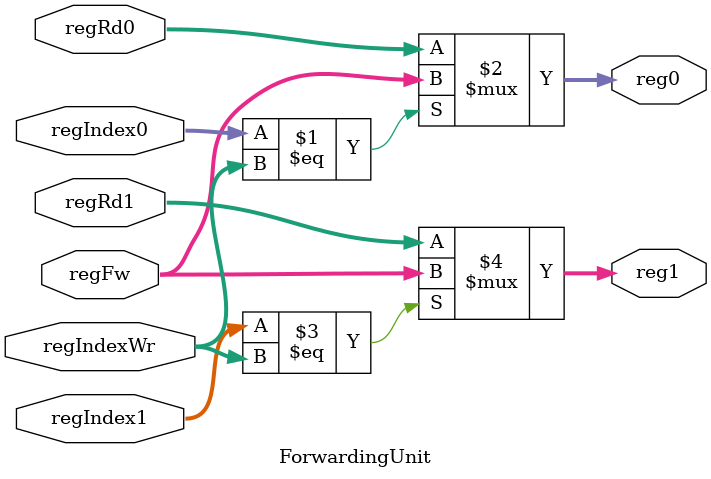
<source format=v>
module ForwardingUnit(reg0, reg1, regRd0, regRd1, regFw, regIndex0, regIndex1,
                        regIndexWr);
    input [31:0]    regRd0, regRd1,
                    regFw;
    input [3:0]     regIndex0, regIndex1, regIndexWr;

    output [31:0]   reg0, reg1;

    assign reg0 = regIndex0 == regIndexWr ? regFw : regRd0;
    assign reg1 = regIndex1 == regIndexWr ? regFw : regRd1;

endmodule // ForwardingUnit
</source>
